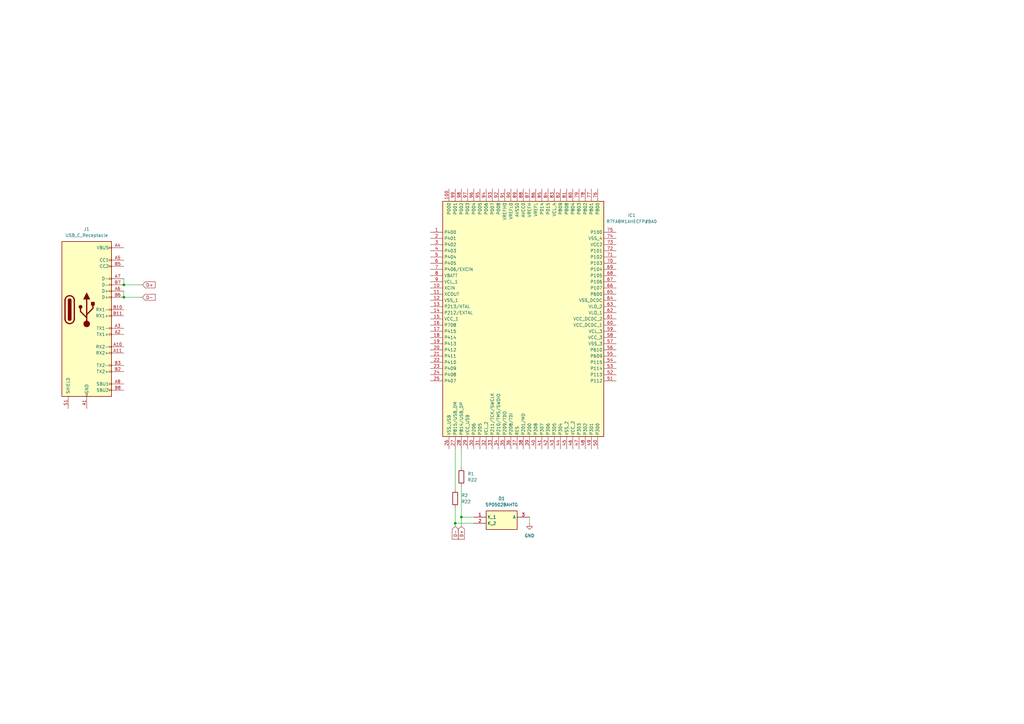
<source format=kicad_sch>
(kicad_sch (version 20230121) (generator eeschema)
  (paper "A3")
  (lib_symbols
    (symbol "00_my_sym:R7FA8M1AHECFP#BA0"
      (property "Reference" "IC" (at 72.39 17.78 0))
      (property "Value" "R7FA8M1AHECFP#BA0" (at 72.39 15.24 0))
      (symbol "R7FA8M1AHECFP#BA0_1_1"
        (rectangle (start 5.08 12.7) (end 71.12 -83.82) (stroke (width 0.254)) (fill (type background)))
        (pin passive line (at 0 0 0) (length 5.08) (name "P400") (number "1"))
        (pin passive line (at 0 -22.86 0) (length 5.08) (name "XCIN") (number "10"))
        (pin passive line (at 7.62 17.78 270) (length 5.08) (name "P000") (number "100"))
        (pin passive line (at 0 -25.4 0) (length 5.08) (name "XCOUT") (number "11"))
        (pin passive line (at 0 -27.94 0) (length 5.08) (name "VSS_1") (number "12"))
        (pin passive line (at 0 -30.48 0) (length 5.08) (name "P213/XTAL") (number "13"))
        (pin passive line (at 0 -33.02 0) (length 5.08) (name "P212/EXTAL") (number "14"))
        (pin passive line (at 0 -35.56 0) (length 5.08) (name "VCC_1") (number "15"))
        (pin passive line (at 0 -38.1 0) (length 5.08) (name "P708") (number "16"))
        (pin passive line (at 0 -40.64 0) (length 5.08) (name "P415") (number "17"))
        (pin passive line (at 0 -43.18 0) (length 5.08) (name "P414") (number "18"))
        (pin passive line (at 0 -45.72 0) (length 5.08) (name "P413") (number "19"))
        (pin passive line (at 0 -2.54 0) (length 5.08) (name "P401") (number "2"))
        (pin passive line (at 0 -48.26 0) (length 5.08) (name "P412") (number "20"))
        (pin passive line (at 0 -50.8 0) (length 5.08) (name "P411") (number "21"))
        (pin passive line (at 0 -53.34 0) (length 5.08) (name "P410") (number "22"))
        (pin passive line (at 0 -55.88 0) (length 5.08) (name "P409") (number "23"))
        (pin passive line (at 0 -58.42 0) (length 5.08) (name "P408") (number "24"))
        (pin passive line (at 0 -60.96 0) (length 5.08) (name "P407") (number "25"))
        (pin passive line (at 7.62 -88.9 90) (length 5.08) (name "VSS_USB") (number "26"))
        (pin passive line (at 10.16 -88.9 90) (length 5.08) (name "P815/USB_DM") (number "27"))
        (pin passive line (at 12.7 -88.9 90) (length 5.08) (name "P814/USB_DP") (number "28"))
        (pin passive line (at 15.24 -88.9 90) (length 5.08) (name "VCC_USB") (number "29"))
        (pin passive line (at 0 -5.08 0) (length 5.08) (name "P402") (number "3"))
        (pin passive line (at 17.78 -88.9 90) (length 5.08) (name "P206") (number "30"))
        (pin passive line (at 20.32 -88.9 90) (length 5.08) (name "P205") (number "31"))
        (pin passive line (at 22.86 -88.9 90) (length 5.08) (name "VCL_2") (number "32"))
        (pin passive line (at 25.4 -88.9 90) (length 5.08) (name "P211/TCK/SWCLK") (number "33"))
        (pin passive line (at 27.94 -88.9 90) (length 5.08) (name "P210/TMS/SWDIO") (number "34"))
        (pin passive line (at 30.48 -88.9 90) (length 5.08) (name "P209/TDO") (number "35"))
        (pin passive line (at 33.02 -88.9 90) (length 5.08) (name "P208/TDI") (number "36"))
        (pin passive line (at 35.56 -88.9 90) (length 5.08) (name "RES") (number "37"))
        (pin passive line (at 38.1 -88.9 90) (length 5.08) (name "P201/MD") (number "38"))
        (pin passive line (at 40.64 -88.9 90) (length 5.08) (name "P200") (number "39"))
        (pin passive line (at 0 -7.62 0) (length 5.08) (name "P403") (number "4"))
        (pin passive line (at 43.18 -88.9 90) (length 5.08) (name "P308") (number "40"))
        (pin passive line (at 45.72 -88.9 90) (length 5.08) (name "P307") (number "41"))
        (pin passive line (at 48.26 -88.9 90) (length 5.08) (name "P306") (number "42"))
        (pin passive line (at 50.8 -88.9 90) (length 5.08) (name "P305") (number "43"))
        (pin passive line (at 53.34 -88.9 90) (length 5.08) (name "P304") (number "44"))
        (pin passive line (at 55.88 -88.9 90) (length 5.08) (name "VSS_2") (number "45"))
        (pin passive line (at 58.42 -88.9 90) (length 5.08) (name "VCC_2") (number "46"))
        (pin passive line (at 60.96 -88.9 90) (length 5.08) (name "P303") (number "47"))
        (pin passive line (at 63.5 -88.9 90) (length 5.08) (name "P302") (number "48"))
        (pin passive line (at 66.04 -88.9 90) (length 5.08) (name "P301") (number "49"))
        (pin passive line (at 0 -10.16 0) (length 5.08) (name "P404") (number "5"))
        (pin passive line (at 68.58 -88.9 90) (length 5.08) (name "P300") (number "50"))
        (pin passive line (at 76.2 -60.96 180) (length 5.08) (name "P112") (number "51"))
        (pin passive line (at 76.2 -58.42 180) (length 5.08) (name "P113") (number "52"))
        (pin passive line (at 76.2 -55.88 180) (length 5.08) (name "P114") (number "53"))
        (pin passive line (at 76.2 -53.34 180) (length 5.08) (name "P115") (number "54"))
        (pin passive line (at 76.2 -50.8 180) (length 5.08) (name "P609") (number "55"))
        (pin passive line (at 76.2 -48.26 180) (length 5.08) (name "P610") (number "56"))
        (pin passive line (at 76.2 -45.72 180) (length 5.08) (name "VSS_3") (number "57"))
        (pin passive line (at 76.2 -43.18 180) (length 5.08) (name "VCC_3") (number "58"))
        (pin passive line (at 76.2 -40.64 180) (length 5.08) (name "VCL_3") (number "59"))
        (pin passive line (at 0 -12.7 0) (length 5.08) (name "P405") (number "6"))
        (pin passive line (at 76.2 -38.1 180) (length 5.08) (name "VCC_DCDC_1") (number "60"))
        (pin passive line (at 76.2 -35.56 180) (length 5.08) (name "VCC_DCDC_2") (number "61"))
        (pin passive line (at 76.2 -33.02 180) (length 5.08) (name "VLO_1") (number "62"))
        (pin passive line (at 76.2 -30.48 180) (length 5.08) (name "VLO_2") (number "63"))
        (pin passive line (at 76.2 -27.94 180) (length 5.08) (name "VSS_DCDC") (number "64"))
        (pin passive line (at 76.2 -25.4 180) (length 5.08) (name "P600") (number "65"))
        (pin passive line (at 76.2 -22.86 180) (length 5.08) (name "P107") (number "66"))
        (pin passive line (at 76.2 -20.32 180) (length 5.08) (name "P106") (number "67"))
        (pin passive line (at 76.2 -17.78 180) (length 5.08) (name "P105") (number "68"))
        (pin passive line (at 76.2 -15.24 180) (length 5.08) (name "P104") (number "69"))
        (pin passive line (at 0 -15.24 0) (length 5.08) (name "P406/EXCIN") (number "7"))
        (pin passive line (at 76.2 -12.7 180) (length 5.08) (name "P103") (number "70"))
        (pin passive line (at 76.2 -10.16 180) (length 5.08) (name "P102") (number "71"))
        (pin passive line (at 76.2 -7.62 180) (length 5.08) (name "P101") (number "72"))
        (pin passive line (at 76.2 -5.08 180) (length 5.08) (name "VCC2") (number "73"))
        (pin passive line (at 76.2 -2.54 180) (length 5.08) (name "VSS_4") (number "74"))
        (pin passive line (at 76.2 0 180) (length 5.08) (name "P100") (number "75"))
        (pin passive line (at 68.58 17.78 270) (length 5.08) (name "P800") (number "76"))
        (pin passive line (at 66.04 17.78 270) (length 5.08) (name "P801") (number "77"))
        (pin passive line (at 63.5 17.78 270) (length 5.08) (name "P802") (number "78"))
        (pin passive line (at 60.96 17.78 270) (length 5.08) (name "P803") (number "79"))
        (pin passive line (at 0 -17.78 0) (length 5.08) (name "VBATT") (number "8"))
        (pin passive line (at 58.42 17.78 270) (length 5.08) (name "P804") (number "80"))
        (pin passive line (at 55.88 17.78 270) (length 5.08) (name "P808") (number "81"))
        (pin passive line (at 53.34 17.78 270) (length 5.08) (name "P809") (number "82"))
        (pin passive line (at 50.8 17.78 270) (length 5.08) (name "VCL_4") (number "83"))
        (pin passive line (at 48.26 17.78 270) (length 5.08) (name "P015") (number "84"))
        (pin passive line (at 45.72 17.78 270) (length 5.08) (name "P014") (number "85"))
        (pin passive line (at 43.18 17.78 270) (length 5.08) (name "VREFL") (number "86"))
        (pin passive line (at 40.64 17.78 270) (length 5.08) (name "VREFH") (number "87"))
        (pin passive line (at 38.1 17.78 270) (length 5.08) (name "AVCC0") (number "88"))
        (pin passive line (at 35.56 17.78 270) (length 5.08) (name "AVSS0") (number "89"))
        (pin passive line (at 0 -20.32 0) (length 5.08) (name "VCL_1") (number "9"))
        (pin passive line (at 33.02 17.78 270) (length 5.08) (name "VREFL0") (number "90"))
        (pin passive line (at 30.48 17.78 270) (length 5.08) (name "VREFH0") (number "91"))
        (pin passive line (at 27.94 17.78 270) (length 5.08) (name "P008") (number "92"))
        (pin passive line (at 25.4 17.78 270) (length 5.08) (name "P007") (number "93"))
        (pin passive line (at 22.86 17.78 270) (length 5.08) (name "P006") (number "94"))
        (pin passive line (at 20.32 17.78 270) (length 5.08) (name "P005") (number "95"))
        (pin passive line (at 17.78 17.78 270) (length 5.08) (name "P004") (number "96"))
        (pin passive line (at 15.24 17.78 270) (length 5.08) (name "P003") (number "97"))
        (pin passive line (at 12.7 17.78 270) (length 5.08) (name "P002") (number "98"))
        (pin passive line (at 10.16 17.78 270) (length 5.08) (name "P001") (number "99"))
      )
    )
    (symbol "00_my_sym:SP0502BAHTG"
      (property "Reference" "D" (at 19.05 7.62 0))
      (property "Value" "SP0502BAHTG" (at 19.05 5.08 0))
      (symbol "SP0502BAHTG_1_1"
        (rectangle (start 5.08 2.54) (end 17.78 -5.08) (stroke (width 0.254)) (fill (type background)))
        (pin passive line (at 0 0 0) (length 5.08) (name "K_1") (number "1"))
        (pin passive line (at 0 -2.54 0) (length 5.08) (name "K_2") (number "2"))
        (pin passive line (at 22.86 0 180) (length 5.08) (name "A") (number "3"))
      )
    )
    (symbol "Connector:USB_C_Receptacle" (pin_names (offset 1.016))
      (property "Reference" "J" (at -10.16 29.21 0))
      (property "Value" "USB_C_Receptacle" (at 10.16 29.21 0))
      (symbol "USB_C_Receptacle_0_0"
        (rectangle (start -0.254 -35.56) (end 0.254 -34.544))
        (rectangle (start 10.16 -32.766) (end 9.144 -33.274))
        (rectangle (start 10.16 -30.226) (end 9.144 -30.734))
        (rectangle (start 10.16 -25.146) (end 9.144 -25.654))
        (rectangle (start 10.16 -22.606) (end 9.144 -23.114))
        (rectangle (start 10.16 -17.526) (end 9.144 -18.034))
        (rectangle (start 10.16 -14.986) (end 9.144 -15.494))
        (rectangle (start 10.16 -9.906) (end 9.144 -10.414))
        (rectangle (start 10.16 -7.366) (end 9.144 -7.874))
        (rectangle (start 10.16 -2.286) (end 9.144 -2.794))
        (rectangle (start 10.16 0.254) (end 9.144 -0.254))
        (rectangle (start 10.16 5.334) (end 9.144 4.826))
        (rectangle (start 10.16 7.874) (end 9.144 7.366))
        (rectangle (start 10.16 10.414) (end 9.144 9.906))
        (rectangle (start 10.16 12.954) (end 9.144 12.446))
        (rectangle (start 10.16 18.034) (end 9.144 17.526))
        (rectangle (start 10.16 20.574) (end 9.144 20.066))
        (rectangle (start 10.16 25.654) (end 9.144 25.146))
      )
      (symbol "USB_C_Receptacle_0_1"
        (rectangle (start -10.16 27.94) (end 10.16 -35.56) (stroke (width 0.254)) (fill (type background)))
        (arc (start -8.89 -3.81) (mid -6.985 -5.7067) (end -5.08 -3.81) (stroke (width 0.508)))
        (arc (start -7.62 -3.81) (mid -6.985 -4.4423) (end -6.35 -3.81) (stroke (width 0.254)))
        (arc (start -7.62 -3.81) (mid -6.985 -4.4423) (end -6.35 -3.81) (stroke (width 0.254)) (fill (type outline)))
        (rectangle (start -7.62 -3.81) (end -6.35 3.81) (stroke (width 0.254)) (fill (type outline)))
        (arc (start -6.35 3.81) (mid -6.985 4.4423) (end -7.62 3.81) (stroke (width 0.254)))
        (arc (start -6.35 3.81) (mid -6.985 4.4423) (end -7.62 3.81) (stroke (width 0.254)) (fill (type outline)))
        (arc (start -5.08 3.81) (mid -6.985 5.7067) (end -8.89 3.81) (stroke (width 0.508)))
        (polyline (pts (xy -8.89 -3.81) (xy -8.89 3.81)) (stroke (width 0.508)))
        (polyline (pts (xy -5.08 3.81) (xy -5.08 -3.81)) (stroke (width 0.508)))
      )
      (symbol "USB_C_Receptacle_1_1"
        (circle (center -2.54 1.143) (radius 0.635) (stroke (width 0.254)) (fill (type outline)))
        (circle (center 0 -5.842) (radius 1.27) (fill (type outline)))
        (polyline (pts (xy 0 -5.842) (xy 0 4.318)) (stroke (width 0.508)))
        (polyline (pts (xy 0 -3.302) (xy -2.54 -0.762) (xy -2.54 0.508)) (stroke (width 0.508)))
        (polyline (pts (xy 0 -2.032) (xy 2.54 0.508) (xy 2.54 1.778)) (stroke (width 0.508)))
        (polyline (pts (xy -1.27 4.318) (xy 0 6.858) (xy 1.27 4.318) (xy -1.27 4.318)) (stroke (width 0.254)) (fill (type outline)))
        (rectangle (start 1.905 1.778) (end 3.175 3.048) (stroke (width 0.254)) (fill (type outline)))
        (pin passive line (at 0 -40.64 90) (length 5.08) (name "GND") (number "A1"))
        (pin bidirectional line (at 15.24 -15.24 180) (length 5.08) (name "RX2-") (number "A10"))
        (pin bidirectional line (at 15.24 -17.78 180) (length 5.08) (name "RX2+") (number "A11"))
        (pin passive line (at 0 -40.64 90) (length 5.08) hide (name "GND") (number "A12"))
        (pin bidirectional line (at 15.24 -10.16 180) (length 5.08) (name "TX1+") (number "A2"))
        (pin bidirectional line (at 15.24 -7.62 180) (length 5.08) (name "TX1-") (number "A3"))
        (pin passive line (at 15.24 25.4 180) (length 5.08) (name "VBUS") (number "A4"))
        (pin bidirectional line (at 15.24 20.32 180) (length 5.08) (name "CC1") (number "A5"))
        (pin bidirectional line (at 15.24 7.62 180) (length 5.08) (name "D+") (number "A6"))
        (pin bidirectional line (at 15.24 12.7 180) (length 5.08) (name "D-") (number "A7"))
        (pin bidirectional line (at 15.24 -30.48 180) (length 5.08) (name "SBU1") (number "A8"))
        (pin passive line (at 15.24 25.4 180) (length 5.08) hide (name "VBUS") (number "A9"))
        (pin passive line (at 0 -40.64 90) (length 5.08) hide (name "GND") (number "B1"))
        (pin bidirectional line (at 15.24 0 180) (length 5.08) (name "RX1-") (number "B10"))
        (pin bidirectional line (at 15.24 -2.54 180) (length 5.08) (name "RX1+") (number "B11"))
        (pin passive line (at 0 -40.64 90) (length 5.08) hide (name "GND") (number "B12"))
        (pin bidirectional line (at 15.24 -25.4 180) (length 5.08) (name "TX2+") (number "B2"))
        (pin bidirectional line (at 15.24 -22.86 180) (length 5.08) (name "TX2-") (number "B3"))
        (pin passive line (at 15.24 25.4 180) (length 5.08) hide (name "VBUS") (number "B4"))
        (pin bidirectional line (at 15.24 17.78 180) (length 5.08) (name "CC2") (number "B5"))
        (pin bidirectional line (at 15.24 5.08 180) (length 5.08) (name "D+") (number "B6"))
        (pin bidirectional line (at 15.24 10.16 180) (length 5.08) (name "D-") (number "B7"))
        (pin bidirectional line (at 15.24 -33.02 180) (length 5.08) (name "SBU2") (number "B8"))
        (pin passive line (at 15.24 25.4 180) (length 5.08) hide (name "VBUS") (number "B9"))
        (pin passive line (at -7.62 -40.64 90) (length 5.08) (name "SHIELD") (number "S1"))
      )
    )
    (symbol "Device:R" (pin_numbers hide) (pin_names (offset 0))
      (property "Reference" "R" (at 2.032 0 90))
      (property "Value" "R" (at 0 0 90))
      (symbol "R_0_1"
        (rectangle (start -1.016 -2.54) (end 1.016 2.54) (stroke (width 0.254)))
      )
      (symbol "R_1_1"
        (pin passive line (at 0 3.81 270) (length 1.27) (name "~") (number "1"))
        (pin passive line (at 0 -3.81 90) (length 1.27) (name "~") (number "2"))
      )
    )
    (symbol "power:GND" (power) (pin_names (offset 0))
      (property "Value" "GND" (at 0 -3.81 0))
      (symbol "GND_0_1"
        (polyline (pts (xy 0 0) (xy 0 -1.27) (xy 1.27 -1.27) (xy 0 -2.54) (xy -1.27 -1.27) (xy 0 -1.27)))
      )
      (symbol "GND_1_1"
        (pin power_in line (at 0 0 270) (length 0) hide (name "GND") (number "1"))
      )
    )
  )
  (junction (at 50.8 121.92))
  (junction (at 186.69 214.63))
  (junction (at 50.8 116.84))
  (junction (at 189.23 212.09))
  (wire (pts (xy 217.17 212.09) (xy 217.17 214.63)))
  (wire (pts (xy 50.8 119.38) (xy 50.8 121.92)))
  (wire (pts (xy 186.69 214.63) (xy 186.69 215.9)))
  (wire (pts (xy 186.69 214.63) (xy 194.31 214.63)))
  (wire (pts (xy 50.8 121.92) (xy 58.42 121.92)))
  (wire (pts (xy 189.23 199.39) (xy 189.23 212.09)))
  (wire (pts (xy 189.23 212.09) (xy 194.31 212.09)))
  (wire (pts (xy 50.8 114.3) (xy 50.8 116.84)))
  (wire (pts (xy 189.23 212.09) (xy 189.23 215.9)))
  (wire (pts (xy 186.69 184.15) (xy 186.69 200.66)))
  (wire (pts (xy 50.8 116.84) (xy 58.42 116.84)))
  (wire (pts (xy 186.69 208.28) (xy 186.69 214.63)))
  (wire (pts (xy 189.23 184.15) (xy 189.23 191.77)))
  (global_label "D-" (shape input) (at 58.42 121.92 0) (property "Intersheetrefs" "${INTERSHEET_REFS}" (effects hide)))
  (global_label "D-" (shape input) (at 186.69 215.9 270) (property "Intersheetrefs" "${INTERSHEET_REFS}" (effects hide)))
  (global_label "D+" (shape input) (at 189.23 215.9 270) (property "Intersheetrefs" "${INTERSHEET_REFS}" (effects hide)))
  (global_label "D+" (shape input) (at 58.42 116.84 0) (property "Intersheetrefs" "${INTERSHEET_REFS}" (effects hide)))
  (symbol (lib_id "Device:R") (at 189.23 195.58 0) (unit 1)
    (property "Reference" "R1" (at 191.77 194.31 0) (effects (justify left)))
    (property "Value" "R22" (at 191.77 196.85 0) (effects (justify left)))
  )
  (symbol (lib_id "Device:R") (at 186.69 204.47 0) (unit 1)
    (property "Reference" "R2" (at 189.23 203.2 0) (effects (justify left)))
    (property "Value" "R22" (at 189.23 205.74 0) (effects (justify left)))
  )
  (symbol (lib_id "power:GND") (at 217.17 214.63 0) (unit 1)
    (property "Reference" "#PWR01" (effects hide))
    (property "Value" "GND" (at 217.17 219.71 0))
  )
  (symbol (lib_id "Connector:USB_C_Receptacle") (at 35.56 127 0) (unit 1)
    (property "Reference" "J1" (at 35.56 93.98 0))
    (property "Value" "USB_C_Receptacle" (at 35.56 96.52 0))
    (property "Datasheet" "https://www.usb.org/sites/default/files/documents/usb_type-c.zip" (effects hide))
  )
  (symbol (lib_id "00_my_sym:SP0502BAHTG") (at 194.31 212.09 0) (unit 1)
    (property "Reference" "D1" (at 205.74 204.47 0))
    (property "Value" "SP0502BAHTG" (at 205.74 207.01 0))
    (property "Footprint" "SOT95P237X112-3N" (effects hide))
    (property "Datasheet" "http://www.littelfuse.com/~/media/electronics/datasheets/tvs_diode_arrays/littelfuse_tvs_diode_array_sp05_datasheet.pdf.pdf" (effects hide))
    (property "Height" "1.12" (effects hide))
    (property "Mouser Part Number" "576-SP0502BAHTG" (effects hide))
    (property "Mouser Price/Stock" "https://www.mouser.co.uk/ProductDetail/Littelfuse/SP0502BAHTG?qs=RnOBYWd%2Fz7eJQ3Gn98FRmg%3D%3D" (effects hide))
    (property "Manufacturer_Name" "LITTELFUSE" (effects hide))
    (property "Manufacturer_Part_Number" "SP0502BAHTG" (effects hide))
  )
  (symbol (lib_id "00_my_sym:R7FA8M1AHECFP#BA0") (at 176.53 95.25 0) (unit 1)
    (property "Reference" "IC1" (at 259.08 88.3219 0))
    (property "Value" "R7FA8M1AHECFP#BA0" (at 259.08 90.8619 0))
    (property "Footprint" "QFP50P1600X1600X160-100N" (effects hide))
    (property "Datasheet" "https://www.renesas.com/en/products/microcontrollers-microprocessors/ra-cortex-m-mcus/ra8m1-480-mhz-arm-cortex-m85-based-microcontroller-helium-and-trustzone" (effects hide))
    (property "Height" "1.6" (effects hide))
    (property "Mouser Part Number" "968-R7FA8M1AHECFPBA0" (effects hide))
    (property "Mouser Price/Stock" "https://www.mouser.co.uk/ProductDetail/Renesas-Electronics/R7FA8M1AHECFPBA0?qs=HoCaDK9Nz5euOoSr%2FSgUvg%3D%3D" (effects hide))
    (property "Manufacturer_Name" "Renesas Electronics" (effects hide))
    (property "Manufacturer_Part_Number" "R7FA8M1AHECFP#BA0" (effects hide))
  )
)
</source>
